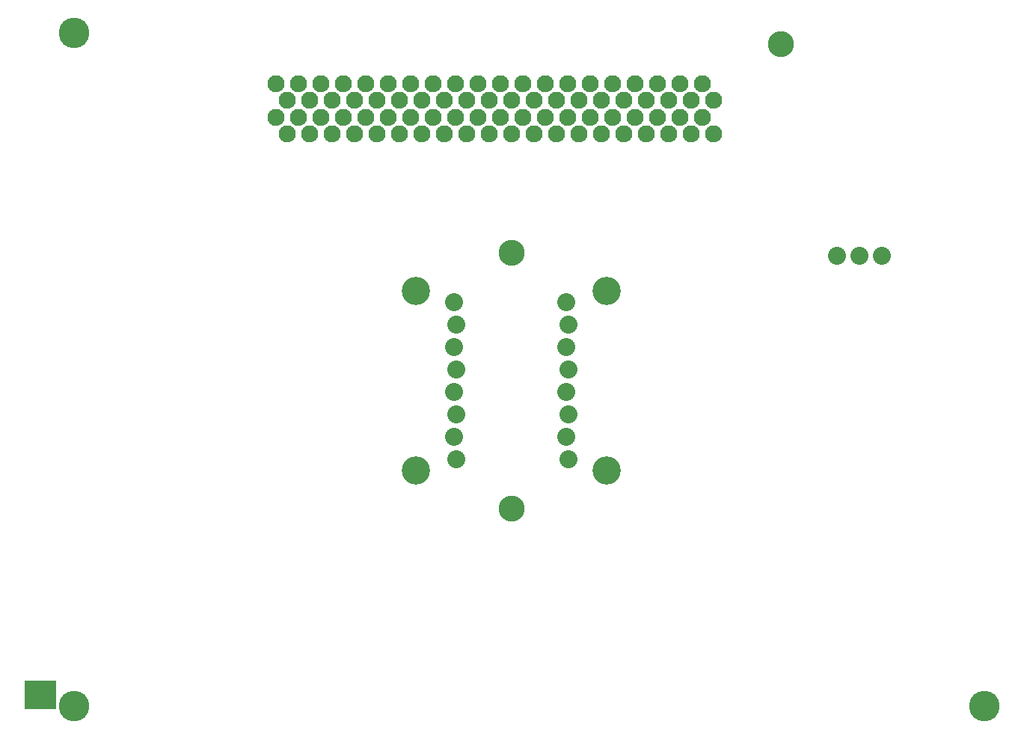
<source format=gbs>
G04 EAGLE Gerber RS-274X export*
G75*
%MOMM*%
%FSLAX34Y34*%
%LPD*%
%INSoldermask Bottom*%
%IPPOS*%
%AMOC8*
5,1,8,0,0,1.08239X$1,22.5*%
G01*
%ADD10R,3.556000X3.302000*%
%ADD11C,2.032000*%
%ADD12C,3.200400*%
%ADD13C,2.946400*%
%ADD14C,3.454400*%
%ADD15C,1.930400*%


D10*
X76200Y101600D03*
D11*
X547370Y368300D03*
X544830Y393700D03*
X547370Y419100D03*
X544830Y444500D03*
X547370Y469900D03*
X544830Y495300D03*
X547370Y520700D03*
X544830Y546100D03*
X671830Y546100D03*
X674370Y520700D03*
X671830Y495300D03*
X674370Y469900D03*
X671830Y444500D03*
X674370Y419100D03*
X671830Y393700D03*
X674370Y368300D03*
D12*
X501650Y355600D03*
X501650Y558800D03*
X717550Y355600D03*
X717550Y558800D03*
D13*
X609600Y312420D03*
X609600Y601980D03*
D14*
X1145200Y88900D03*
X114300Y88900D03*
X114300Y850900D03*
D15*
X355600Y736600D03*
X381000Y736600D03*
X406400Y736600D03*
X431800Y736600D03*
X457200Y736600D03*
X482600Y736600D03*
X508000Y736600D03*
X533400Y736600D03*
X558800Y736600D03*
X584200Y736600D03*
X609600Y736600D03*
X635000Y736600D03*
X660400Y736600D03*
X685800Y736600D03*
X711200Y736600D03*
X736600Y736600D03*
X762000Y736600D03*
X787400Y736600D03*
X812800Y736600D03*
X838200Y736600D03*
X342900Y755650D03*
X368300Y755650D03*
X393700Y755650D03*
X419100Y755650D03*
X444500Y755650D03*
X469900Y755650D03*
X495300Y755650D03*
X520700Y755650D03*
X546100Y755650D03*
X571500Y755650D03*
X596900Y755650D03*
X622300Y755650D03*
X647700Y755650D03*
X673100Y755650D03*
X698500Y755650D03*
X723900Y755650D03*
X749300Y755650D03*
X774700Y755650D03*
X800100Y755650D03*
X825500Y755650D03*
X355600Y774700D03*
X381000Y774700D03*
X406400Y774700D03*
X431800Y774700D03*
X457200Y774700D03*
X482600Y774700D03*
X508000Y774700D03*
X533400Y774700D03*
X558800Y774700D03*
X584200Y774700D03*
X609600Y774700D03*
X635000Y774700D03*
X660400Y774700D03*
X685800Y774700D03*
X711200Y774700D03*
X736600Y774700D03*
X762000Y774700D03*
X787400Y774700D03*
X812800Y774700D03*
X838200Y774700D03*
X342900Y793750D03*
X368300Y793750D03*
X393700Y793750D03*
X419100Y793750D03*
X444500Y793750D03*
X469900Y793750D03*
X495300Y793750D03*
X520700Y793750D03*
X546100Y793750D03*
X571500Y793750D03*
X596900Y793750D03*
X622300Y793750D03*
X647700Y793750D03*
X673100Y793750D03*
X698500Y793750D03*
X723900Y793750D03*
X749300Y793750D03*
X774700Y793750D03*
X800100Y793750D03*
X825500Y793750D03*
D13*
X914400Y838200D03*
D11*
X1029000Y598800D03*
X1003600Y598800D03*
X978200Y598800D03*
M02*

</source>
